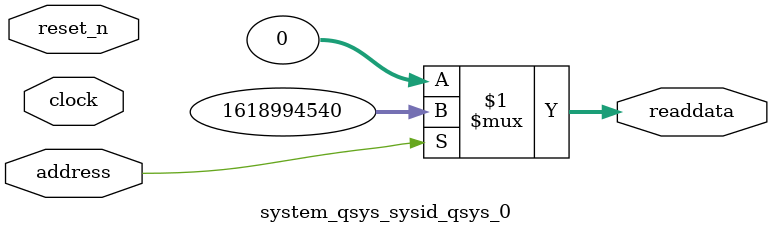
<source format=v>

`timescale 1ns / 1ps
// synthesis translate_on

// turn off superfluous verilog processor warnings 
// altera message_level Level1 
// altera message_off 10034 10035 10036 10037 10230 10240 10030 

module system_qsys_sysid_qsys_0 (
               // inputs:
                address,
                clock,
                reset_n,

               // outputs:
                readdata
             )
;

  output  [ 31: 0] readdata;
  input            address;
  input            clock;
  input            reset_n;

  wire    [ 31: 0] readdata;
  //control_slave, which is an e_avalon_slave
  assign readdata = address ? 1618994540 : 0;

endmodule




</source>
